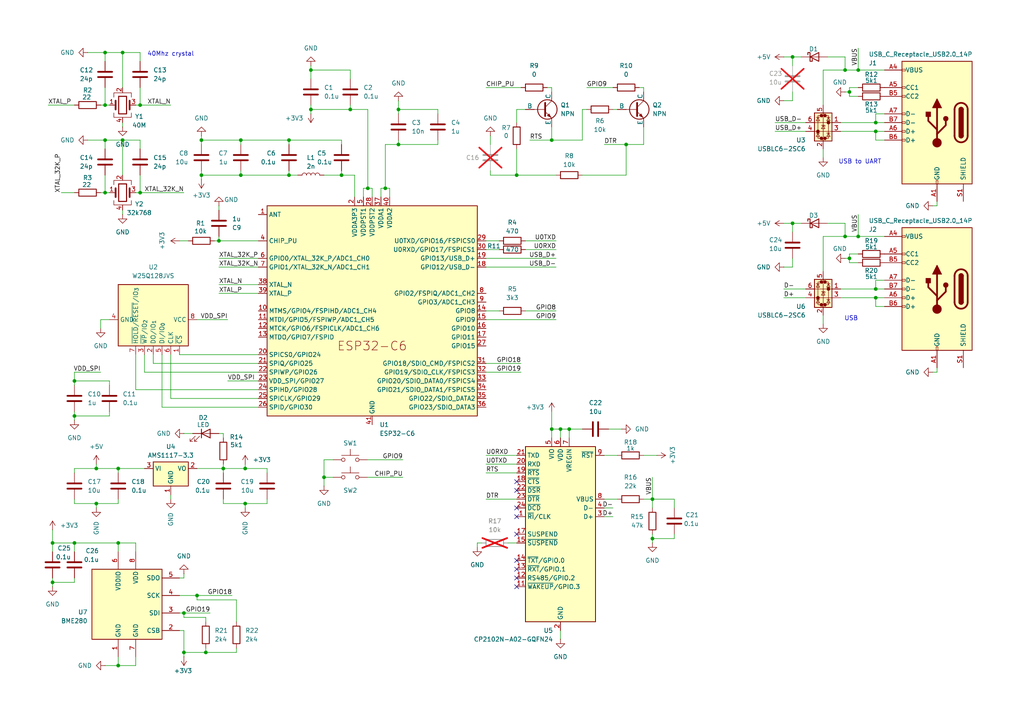
<source format=kicad_sch>
(kicad_sch (version 20250114) (generator "eeschema") (generator_version "9.0")
  (paper "A4")
  (text "USB" (at 246.888 92.456 0) (effects (font (size 1.27 1.27))))
  (text "40Mhz crystal" (at 49.53 15.748 0) (effects (font (size 1.27 1.27))))
  (text "USB to UART" (at 249.428 46.99 0) (effects (font (size 1.27 1.27))))
  (junction (at 21.59 120.65))
  (junction (at 58.42 40.64))
  (junction (at 189.23 144.78))
  (junction (at 63.5 69.85))
  (junction (at 40.64 30.48))
  (junction (at 21.59 157.48))
  (junction (at 229.87 64.77))
  (junction (at 246.38 74.93))
  (junction (at 245.11 68.58))
  (junction (at 30.48 40.64))
  (junction (at 40.64 55.88))
  (junction (at 248.92 68.58))
  (junction (at 165.1 124.46))
  (junction (at 254 35.56))
  (junction (at 254 38.1))
  (junction (at 64.77 135.89))
  (junction (at 83.82 50.8))
  (junction (at 83.82 40.64))
  (junction (at 160.02 124.46))
  (junction (at 115.57 31.75))
  (junction (at 35.56 15.24))
  (junction (at 27.94 146.05))
  (junction (at 254 86.36))
  (junction (at 149.86 50.8))
  (junction (at 30.48 30.48))
  (junction (at 189.23 156.21))
  (junction (at 57.15 172.72))
  (junction (at 248.92 20.32))
  (junction (at 21.59 110.49))
  (junction (at 101.6 31.75))
  (junction (at 245.11 20.32))
  (junction (at 27.94 135.89))
  (junction (at 69.85 50.8))
  (junction (at 115.57 41.91))
  (junction (at 160.02 40.64))
  (junction (at 111.76 54.61))
  (junction (at 30.48 15.24))
  (junction (at 93.98 138.43))
  (junction (at 58.42 50.8))
  (junction (at 53.34 189.23))
  (junction (at 34.29 157.48))
  (junction (at 15.24 168.91))
  (junction (at 99.06 50.8))
  (junction (at 35.56 40.64))
  (junction (at 90.17 31.75))
  (junction (at 69.85 40.64))
  (junction (at 106.68 54.61))
  (junction (at 71.12 146.05))
  (junction (at 15.24 157.48))
  (junction (at 162.56 124.46))
  (junction (at 34.29 193.04))
  (junction (at 30.48 55.88))
  (junction (at 246.38 26.67))
  (junction (at 254 83.82))
  (junction (at 71.12 135.89))
  (junction (at 181.61 41.91))
  (junction (at 34.29 135.89))
  (junction (at 53.34 177.8))
  (junction (at 59.69 189.23))
  (junction (at 229.87 16.51))
  (junction (at 90.17 20.32))
  (no_connect (at 149.86 170.18))
  (no_connect (at 149.86 147.32))
  (no_connect (at 149.86 165.1))
  (no_connect (at 149.86 149.86))
  (no_connect (at 149.86 139.7))
  (no_connect (at 149.86 167.64))
  (no_connect (at 149.86 142.24))
  (no_connect (at 149.86 154.94))
  (no_connect (at 149.86 162.56))
  (wire (pts (xy 229.87 64.77) (xy 229.87 67.31)))
  (wire (pts (xy 246.38 76.2) (xy 248.92 76.2)))
  (wire (pts (xy 99.06 50.8) (xy 93.98 50.8)))
  (wire (pts (xy 34.29 190.5) (xy 34.29 193.04)))
  (wire (pts (xy 238.76 68.58) (xy 245.11 68.58)))
  (wire (pts (xy 107.95 54.61) (xy 107.95 57.15)))
  (wire (pts (xy 31.75 110.49) (xy 31.75 111.76)))
  (wire (pts (xy 248.92 73.66) (xy 246.38 73.66)))
  (wire (pts (xy 64.77 134.62) (xy 64.77 135.89)))
  (wire (pts (xy 113.03 54.61) (xy 113.03 57.15)))
  (wire (pts (xy 256.54 68.58) (xy 248.92 68.58)))
  (wire (pts (xy 160.02 127) (xy 160.02 124.46)))
  (wire (pts (xy 30.48 25.4) (xy 30.48 30.48)))
  (wire (pts (xy 40.64 15.24) (xy 35.56 15.24)))
  (wire (pts (xy 254 83.82) (xy 256.54 83.82)))
  (wire (pts (xy 224.79 38.1) (xy 233.68 38.1)))
  (wire (pts (xy 256.54 88.9) (xy 254 88.9)))
  (wire (pts (xy 68.58 187.96) (xy 68.58 189.23)))
  (wire (pts (xy 63.5 82.55) (xy 74.93 82.55)))
  (wire (pts (xy 90.17 30.48) (xy 90.17 31.75)))
  (wire (pts (xy 15.24 157.48) (xy 15.24 160.02)))
  (wire (pts (xy 27.94 146.05) (xy 27.94 147.32)))
  (wire (pts (xy 34.29 157.48) (xy 34.29 160.02)))
  (wire (pts (xy 35.56 60.96) (xy 35.56 62.23)))
  (wire (pts (xy 165.1 124.46) (xy 168.91 124.46)))
  (wire (pts (xy 40.64 30.48) (xy 49.53 30.48)))
  (wire (pts (xy 168.91 50.8) (xy 181.61 50.8)))
  (wire (pts (xy 35.56 40.64) (xy 35.56 50.8)))
  (wire (pts (xy 149.86 50.8) (xy 161.29 50.8)))
  (wire (pts (xy 180.34 124.46) (xy 176.53 124.46)))
  (wire (pts (xy 248.92 25.4) (xy 246.38 25.4)))
  (wire (pts (xy 35.56 15.24) (xy 30.48 15.24)))
  (wire (pts (xy 30.48 15.24) (xy 25.4 15.24)))
  (wire (pts (xy 71.12 134.62) (xy 71.12 135.89)))
  (wire (pts (xy 68.58 189.23) (xy 59.69 189.23)))
  (wire (pts (xy 83.82 50.8) (xy 69.85 50.8)))
  (wire (pts (xy 39.37 113.03) (xy 39.37 102.87)))
  (wire (pts (xy 34.29 146.05) (xy 27.94 146.05)))
  (wire (pts (xy 254 81.28) (xy 254 83.82)))
  (wire (pts (xy 34.29 144.78) (xy 34.29 146.05)))
  (wire (pts (xy 254 38.1) (xy 256.54 38.1)))
  (wire (pts (xy 63.5 59.69) (xy 63.5 60.96)))
  (wire (pts (xy 74.93 113.03) (xy 39.37 113.03)))
  (wire (pts (xy 238.76 43.18) (xy 238.76 45.72)))
  (wire (pts (xy 17.78 55.88) (xy 21.59 55.88)))
  (wire (pts (xy 62.23 69.85) (xy 63.5 69.85)))
  (wire (pts (xy 106.68 138.43) (xy 116.84 138.43)))
  (wire (pts (xy 245.11 74.93) (xy 246.38 74.93)))
  (wire (pts (xy 13.97 30.48) (xy 21.59 30.48)))
  (wire (pts (xy 83.82 40.64) (xy 99.06 40.64)))
  (wire (pts (xy 254 35.56) (xy 256.54 35.56)))
  (wire (pts (xy 115.57 41.91) (xy 127 41.91)))
  (wire (pts (xy 29.21 55.88) (xy 30.48 55.88)))
  (wire (pts (xy 53.34 125.73) (xy 55.88 125.73)))
  (wire (pts (xy 29.21 92.71) (xy 29.21 95.25)))
  (wire (pts (xy 111.76 41.91) (xy 111.76 54.61)))
  (wire (pts (xy 39.37 190.5) (xy 39.37 193.04)))
  (wire (pts (xy 127 33.02) (xy 127 31.75)))
  (wire (pts (xy 153.67 40.64) (xy 160.02 40.64)))
  (wire (pts (xy 39.37 157.48) (xy 39.37 160.02)))
  (wire (pts (xy 238.76 68.58) (xy 238.76 78.74)))
  (wire (pts (xy 149.86 134.62) (xy 140.97 134.62)))
  (wire (pts (xy 227.33 64.77) (xy 229.87 64.77)))
  (wire (pts (xy 69.85 40.64) (xy 69.85 41.91)))
  (wire (pts (xy 58.42 40.64) (xy 58.42 41.91)))
  (wire (pts (xy 30.48 40.64) (xy 25.4 40.64)))
  (wire (pts (xy 175.26 147.32) (xy 177.8 147.32)))
  (wire (pts (xy 246.38 25.4) (xy 246.38 26.67)))
  (wire (pts (xy 227.33 29.21) (xy 229.87 29.21)))
  (wire (pts (xy 186.69 144.78) (xy 189.23 144.78)))
  (wire (pts (xy 40.64 17.78) (xy 40.64 15.24)))
  (wire (pts (xy 40.64 50.8) (xy 40.64 55.88)))
  (wire (pts (xy 21.59 168.91) (xy 21.59 167.64)))
  (wire (pts (xy 227.33 86.36) (xy 233.68 86.36)))
  (wire (pts (xy 29.21 30.48) (xy 30.48 30.48)))
  (wire (pts (xy 254 86.36) (xy 256.54 86.36)))
  (wire (pts (xy 30.48 50.8) (xy 30.48 55.88)))
  (wire (pts (xy 110.49 54.61) (xy 111.76 54.61)))
  (wire (pts (xy 256.54 40.64) (xy 254 40.64)))
  (wire (pts (xy 49.53 143.51) (xy 49.53 144.78)))
  (wire (pts (xy 21.59 157.48) (xy 21.59 160.02)))
  (wire (pts (xy 142.24 39.37) (xy 142.24 41.91)))
  (wire (pts (xy 115.57 41.91) (xy 111.76 41.91)))
  (wire (pts (xy 39.37 55.88) (xy 40.64 55.88)))
  (wire (pts (xy 195.58 154.94) (xy 195.58 156.21)))
  (wire (pts (xy 140.97 74.93) (xy 161.29 74.93)))
  (wire (pts (xy 160.02 40.64) (xy 168.91 40.64)))
  (wire (pts (xy 111.76 54.61) (xy 113.03 54.61)))
  (wire (pts (xy 115.57 40.64) (xy 115.57 41.91)))
  (wire (pts (xy 49.53 115.57) (xy 49.53 102.87)))
  (wire (pts (xy 243.84 38.1) (xy 254 38.1)))
  (wire (pts (xy 64.77 125.73) (xy 64.77 127)))
  (wire (pts (xy 179.07 132.08) (xy 175.26 132.08)))
  (wire (pts (xy 106.68 54.61) (xy 107.95 54.61)))
  (wire (pts (xy 66.04 110.49) (xy 74.93 110.49)))
  (wire (pts (xy 254 88.9) (xy 254 86.36)))
  (wire (pts (xy 63.5 85.09) (xy 74.93 85.09)))
  (wire (pts (xy 15.24 157.48) (xy 21.59 157.48)))
  (wire (pts (xy 158.75 25.4) (xy 160.02 25.4)))
  (wire (pts (xy 102.87 50.8) (xy 99.06 50.8)))
  (wire (pts (xy 35.56 35.56) (xy 35.56 36.83)))
  (wire (pts (xy 195.58 156.21) (xy 189.23 156.21)))
  (wire (pts (xy 39.37 193.04) (xy 34.29 193.04)))
  (wire (pts (xy 53.34 179.07) (xy 59.69 179.07)))
  (wire (pts (xy 152.4 90.17) (xy 161.29 90.17)))
  (wire (pts (xy 59.69 179.07) (xy 59.69 180.34)))
  (wire (pts (xy 68.58 173.99) (xy 57.15 173.99)))
  (wire (pts (xy 246.38 74.93) (xy 246.38 76.2)))
  (wire (pts (xy 224.79 35.56) (xy 233.68 35.56)))
  (wire (pts (xy 74.93 115.57) (xy 49.53 115.57)))
  (wire (pts (xy 149.86 43.18) (xy 149.86 50.8)))
  (wire (pts (xy 140.97 69.85) (xy 144.78 69.85)))
  (wire (pts (xy 21.59 110.49) (xy 21.59 111.76)))
  (wire (pts (xy 149.86 137.16) (xy 140.97 137.16)))
  (wire (pts (xy 63.5 68.58) (xy 63.5 69.85)))
  (wire (pts (xy 189.23 156.21) (xy 189.23 157.48)))
  (wire (pts (xy 175.26 41.91) (xy 181.61 41.91)))
  (wire (pts (xy 53.34 189.23) (xy 53.34 182.88)))
  (wire (pts (xy 186.69 41.91) (xy 186.69 36.83)))
  (wire (pts (xy 110.49 57.15) (xy 110.49 54.61)))
  (wire (pts (xy 106.68 31.75) (xy 106.68 54.61)))
  (wire (pts (xy 21.59 107.95) (xy 29.21 107.95)))
  (wire (pts (xy 238.76 20.32) (xy 245.11 20.32)))
  (wire (pts (xy 64.77 144.78) (xy 64.77 146.05)))
  (wire (pts (xy 58.42 39.37) (xy 58.42 40.64)))
  (wire (pts (xy 161.29 92.71) (xy 140.97 92.71)))
  (wire (pts (xy 34.29 157.48) (xy 39.37 157.48)))
  (wire (pts (xy 115.57 29.21) (xy 115.57 31.75)))
  (wire (pts (xy 74.93 107.95) (xy 41.91 107.95)))
  (wire (pts (xy 64.77 135.89) (xy 64.77 137.16)))
  (wire (pts (xy 15.24 168.91) (xy 15.24 170.18)))
  (wire (pts (xy 245.11 64.77) (xy 240.03 64.77)))
  (wire (pts (xy 71.12 146.05) (xy 71.12 147.32)))
  (wire (pts (xy 105.41 54.61) (xy 105.41 57.15)))
  (wire (pts (xy 189.23 144.78) (xy 189.23 147.32)))
  (wire (pts (xy 30.48 15.24) (xy 30.48 17.78)))
  (wire (pts (xy 149.86 144.78) (xy 140.97 144.78)))
  (wire (pts (xy 138.43 158.75) (xy 138.43 157.48)))
  (wire (pts (xy 21.59 135.89) (xy 21.59 137.16)))
  (wire (pts (xy 189.23 138.43) (xy 189.23 144.78)))
  (wire (pts (xy 175.26 149.86) (xy 177.8 149.86)))
  (wire (pts (xy 99.06 49.53) (xy 99.06 50.8)))
  (wire (pts (xy 69.85 40.64) (xy 83.82 40.64)))
  (wire (pts (xy 149.86 31.75) (xy 149.86 35.56)))
  (wire (pts (xy 90.17 20.32) (xy 101.6 20.32)))
  (wire (pts (xy 59.69 187.96) (xy 59.69 189.23)))
  (wire (pts (xy 52.07 167.64) (xy 53.34 167.64)))
  (wire (pts (xy 58.42 50.8) (xy 58.42 52.07)))
  (wire (pts (xy 30.48 30.48) (xy 31.75 30.48)))
  (wire (pts (xy 254 40.64) (xy 254 38.1)))
  (wire (pts (xy 35.56 40.64) (xy 30.48 40.64)))
  (wire (pts (xy 21.59 144.78) (xy 21.59 146.05)))
  (wire (pts (xy 21.59 120.65) (xy 31.75 120.65)))
  (wire (pts (xy 90.17 19.05) (xy 90.17 20.32)))
  (wire (pts (xy 21.59 119.38) (xy 21.59 120.65)))
  (wire (pts (xy 44.45 105.41) (xy 44.45 102.87)))
  (wire (pts (xy 139.7 157.48) (xy 138.43 157.48)))
  (wire (pts (xy 64.77 135.89) (xy 71.12 135.89)))
  (wire (pts (xy 248.92 68.58) (xy 245.11 68.58)))
  (wire (pts (xy 186.69 25.4) (xy 186.69 26.67)))
  (wire (pts (xy 140.97 90.17) (xy 144.78 90.17)))
  (wire (pts (xy 21.59 110.49) (xy 31.75 110.49)))
  (wire (pts (xy 185.42 25.4) (xy 186.69 25.4)))
  (wire (pts (xy 227.33 16.51) (xy 229.87 16.51)))
  (wire (pts (xy 106.68 133.35) (xy 116.84 133.35)))
  (wire (pts (xy 83.82 49.53) (xy 83.82 50.8)))
  (wire (pts (xy 57.15 135.89) (xy 64.77 135.89)))
  (wire (pts (xy 105.41 54.61) (xy 106.68 54.61)))
  (wire (pts (xy 69.85 50.8) (xy 58.42 50.8)))
  (wire (pts (xy 21.59 157.48) (xy 34.29 157.48)))
  (wire (pts (xy 52.07 172.72) (xy 57.15 172.72)))
  (wire (pts (xy 229.87 16.51) (xy 232.41 16.51)))
  (wire (pts (xy 229.87 77.47) (xy 229.87 74.93)))
  (wire (pts (xy 21.59 120.65) (xy 21.59 121.92)))
  (wire (pts (xy 168.91 31.75) (xy 170.18 31.75)))
  (wire (pts (xy 34.29 193.04) (xy 30.48 193.04)))
  (wire (pts (xy 34.29 135.89) (xy 34.29 137.16)))
  (wire (pts (xy 52.07 69.85) (xy 54.61 69.85)))
  (wire (pts (xy 181.61 50.8) (xy 181.61 41.91)))
  (wire (pts (xy 90.17 31.75) (xy 101.6 31.75)))
  (wire (pts (xy 243.84 83.82) (xy 254 83.82)))
  (wire (pts (xy 35.56 15.24) (xy 35.56 25.4)))
  (wire (pts (xy 27.94 146.05) (xy 21.59 146.05)))
  (wire (pts (xy 31.75 120.65) (xy 31.75 119.38)))
  (wire (pts (xy 248.92 62.23) (xy 248.92 68.58)))
  (wire (pts (xy 71.12 135.89) (xy 77.47 135.89)))
  (wire (pts (xy 140.97 72.39) (xy 144.78 72.39)))
  (wire (pts (xy 140.97 107.95) (xy 151.13 107.95)))
  (wire (pts (xy 149.86 157.48) (xy 147.32 157.48)))
  (wire (pts (xy 256.54 20.32) (xy 248.92 20.32)))
  (wire (pts (xy 271.78 58.42) (xy 271.78 59.69)))
  (wire (pts (xy 41.91 107.95) (xy 41.91 102.87)))
  (wire (pts (xy 140.97 25.4) (xy 151.13 25.4)))
  (wire (pts (xy 63.5 77.47) (xy 74.93 77.47)))
  (wire (pts (xy 243.84 86.36) (xy 254 86.36)))
  (wire (pts (xy 177.8 31.75) (xy 179.07 31.75)))
  (wire (pts (xy 162.56 124.46) (xy 162.56 127)))
  (wire (pts (xy 160.02 40.64) (xy 160.02 36.83)))
  (wire (pts (xy 30.48 40.64) (xy 30.48 43.18)))
  (wire (pts (xy 58.42 50.8) (xy 58.42 49.53)))
  (wire (pts (xy 115.57 31.75) (xy 115.57 33.02)))
  (wire (pts (xy 243.84 35.56) (xy 254 35.56)))
  (wire (pts (xy 248.92 20.32) (xy 245.11 20.32)))
  (wire (pts (xy 142.24 50.8) (xy 149.86 50.8)))
  (wire (pts (xy 149.86 132.08) (xy 140.97 132.08)))
  (wire (pts (xy 140.97 105.41) (xy 151.13 105.41)))
  (wire (pts (xy 179.07 144.78) (xy 175.26 144.78)))
  (wire (pts (xy 170.18 25.4) (xy 177.8 25.4)))
  (wire (pts (xy 77.47 135.89) (xy 77.47 137.16)))
  (wire (pts (xy 21.59 110.49) (xy 21.59 107.95)))
  (wire (pts (xy 162.56 124.46) (xy 165.1 124.46)))
  (wire (pts (xy 40.64 40.64) (xy 35.56 40.64)))
  (wire (pts (xy 83.82 50.8) (xy 86.36 50.8)))
  (wire (pts (xy 246.38 26.67) (xy 246.38 27.94)))
  (wire (pts (xy 53.34 177.8) (xy 53.34 179.07)))
  (wire (pts (xy 53.34 166.37) (xy 53.34 167.64)))
  (wire (pts (xy 190.5 132.08) (xy 186.69 132.08)))
  (wire (pts (xy 229.87 16.51) (xy 229.87 19.05)))
  (wire (pts (xy 30.48 55.88) (xy 31.75 55.88)))
  (wire (pts (xy 115.57 31.75) (xy 127 31.75)))
  (wire (pts (xy 245.11 16.51) (xy 240.03 16.51)))
  (wire (pts (xy 83.82 40.64) (xy 83.82 41.91)))
  (wire (pts (xy 168.91 40.64) (xy 168.91 31.75)))
  (wire (pts (xy 93.98 138.43) (xy 96.52 138.43)))
  (wire (pts (xy 74.93 118.11) (xy 46.99 118.11)))
  (wire (pts (xy 40.64 55.88) (xy 53.34 55.88)))
  (wire (pts (xy 238.76 20.32) (xy 238.76 30.48)))
  (wire (pts (xy 246.38 73.66) (xy 246.38 74.93)))
  (wire (pts (xy 90.17 31.75) (xy 90.17 33.02)))
  (wire (pts (xy 248.92 13.97) (xy 248.92 20.32)))
  (wire (pts (xy 27.94 134.62) (xy 27.94 135.89)))
  (wire (pts (xy 77.47 144.78) (xy 77.47 146.05)))
  (wire (pts (xy 40.64 25.4) (xy 40.64 30.48)))
  (wire (pts (xy 246.38 27.94) (xy 248.92 27.94)))
  (wire (pts (xy 31.75 92.71) (xy 29.21 92.71)))
  (wire (pts (xy 53.34 189.23) (xy 59.69 189.23)))
  (wire (pts (xy 152.4 69.85) (xy 161.29 69.85)))
  (wire (pts (xy 229.87 29.21) (xy 229.87 26.67)))
  (wire (pts (xy 271.78 106.68) (xy 271.78 107.95)))
  (wire (pts (xy 189.23 154.94) (xy 189.23 156.21)))
  (wire (pts (xy 53.34 190.5) (xy 53.34 189.23)))
  (wire (pts (xy 181.61 41.91) (xy 186.69 41.91)))
  (wire (pts (xy 57.15 172.72) (xy 67.31 172.72)))
  (wire (pts (xy 149.86 31.75) (xy 152.4 31.75)))
  (wire (pts (xy 63.5 125.73) (xy 64.77 125.73)))
  (wire (pts (xy 69.85 49.53) (xy 69.85 50.8)))
  (wire (pts (xy 39.37 30.48) (xy 40.64 30.48)))
  (wire (pts (xy 46.99 118.11) (xy 46.99 102.87)))
  (wire (pts (xy 93.98 133.35) (xy 93.98 138.43)))
  (wire (pts (xy 271.78 107.95) (xy 270.51 107.95)))
  (wire (pts (xy 238.76 91.44) (xy 238.76 93.98)))
  (wire (pts (xy 53.34 182.88) (xy 52.07 182.88)))
  (wire (pts (xy 162.56 182.88) (xy 162.56 185.42)))
  (wire (pts (xy 227.33 83.82) (xy 233.68 83.82)))
  (wire (pts (xy 90.17 20.32) (xy 90.17 22.86)))
  (wire (pts (xy 245.11 68.58) (xy 245.11 64.77)))
  (wire (pts (xy 160.02 119.38) (xy 160.02 124.46)))
  (wire (pts (xy 68.58 173.99) (xy 68.58 180.34)))
  (wire (pts (xy 140.97 77.47) (xy 161.29 77.47)))
  (wire (pts (xy 41.91 135.89) (xy 34.29 135.89)))
  (wire (pts (xy 101.6 31.75) (xy 106.68 31.75)))
  (wire (pts (xy 74.93 105.41) (xy 44.45 105.41)))
  (wire (pts (xy 127 40.64) (xy 127 41.91)))
  (wire (pts (xy 64.77 146.05) (xy 71.12 146.05)))
  (wire (pts (xy 101.6 22.86) (xy 101.6 20.32)))
  (wire (pts (xy 152.4 72.39) (xy 161.29 72.39)))
  (wire (pts (xy 227.33 77.47) (xy 229.87 77.47)))
  (wire (pts (xy 256.54 81.28) (xy 254 81.28)))
  (wire (pts (xy 34.29 135.89) (xy 27.94 135.89)))
  (wire (pts (xy 254 33.02) (xy 254 35.56)))
  (wire (pts (xy 101.6 30.48) (xy 101.6 31.75)))
  (wire (pts (xy 63.5 69.85) (xy 74.93 69.85)))
  (wire (pts (xy 52.07 177.8) (xy 53.34 177.8)))
  (wire (pts (xy 142.24 50.8) (xy 142.24 49.53)))
  (wire (pts (xy 57.15 92.71) (xy 66.04 92.71)))
  (wire (pts (xy 102.87 50.8) (xy 102.87 57.15)))
  (wire (pts (xy 74.93 102.87) (xy 52.07 102.87)))
  (wire (pts (xy 53.34 177.8) (xy 60.96 177.8)))
  (wire (pts (xy 195.58 144.78) (xy 189.23 144.78)))
  (wire (pts (xy 96.52 133.35) (xy 93.98 133.35)))
  (wire (pts (xy 27.94 135.89) (xy 21.59 135.89)))
  (wire (pts (xy 245.11 20.32) (xy 245.11 16.51)))
  (wire (pts (xy 195.58 147.32) (xy 195.58 144.78)))
  (wire (pts (xy 229.87 64.77) (xy 232.41 64.77)))
  (wire (pts (xy 57.15 172.72) (xy 57.15 173.99)))
  (wire (pts (xy 160.02 25.4) (xy 160.02 26.67)))
  (wire (pts (xy 245.11 26.67) (xy 246.38 26.67)))
  (wire (pts (xy 93.98 138.43) (xy 93.98 140.97)))
  (wire (pts (xy 99.06 40.64) (xy 99.06 41.91)))
  (wire (pts (xy 160.02 124.46) (xy 162.56 124.46)))
  (wire (pts (xy 71.12 146.05) (xy 77.47 146.05)))
  (wire (pts (xy 15.24 167.64) (xy 15.24 168.91)))
  (wire (pts (xy 165.1 124.46) (xy 165.1 127)))
  (wire (pts (xy 15.24 153.67) (xy 15.24 157.48)))
  (wire (pts (xy 15.24 168.91) (xy 21.59 168.91)))
  (wire (pts (xy 40.64 43.18) (xy 40.64 40.64)))
  (wire (pts (xy 256.54 33.02) (xy 254 33.02)))
  (wire (pts (xy 271.78 59.69) (xy 270.51 59.69)))
  (wire (pts (xy 58.42 40.64) (xy 69.85 40.64)))
  (wire (pts (xy 63.5 74.93) (xy 74.93 74.93)))
  (label "VDD_SPI" (at 29.21 107.95 180))
  (label "GPIO18" (at 67.31 172.72 180))
  (label "DTR" (at 175.26 41.91 0))
  (label "D-" (at 227.33 83.82 0))
  (label "U0RXD" (at 140.97 132.08 0))
  (label "RTS" (at 153.67 40.64 0))
  (label "GPIO9" (at 116.84 133.35 180))
  (label "USB_D+" (at 161.29 74.93 180))
  (label "DTR" (at 140.97 144.78 0))
  (label "XTAL_32K_P" (at 17.78 55.88 90))
  (label "VDD_SPI" (at 66.04 110.49 0))
  (label "VDD_SPI" (at 66.04 92.71 180))
  (label "U0TXD" (at 140.97 134.62 0))
  (label "XTAL_N" (at 49.53 30.48 180))
  (label "XTAL_32K_P" (at 63.5 74.93 0))
  (label "RTS" (at 140.97 137.16 0))
  (label "GPIO8" (at 161.29 90.17 180))
  (label "CHIP_PU" (at 116.84 138.43 180))
  (label "XTAL_P" (at 13.97 30.48 0))
  (label "VBUS" (at 248.92 62.23 270))
  (label "CHIP_PU" (at 140.97 25.4 0))
  (label "GPIO9" (at 161.29 92.71 180))
  (label "GPIO19" (at 151.13 107.95 180))
  (label "XTAL_N" (at 63.5 82.55 0))
  (label "GPIO19" (at 60.96 177.8 180))
  (label "U0TXD" (at 161.29 69.85 180))
  (label "XTAL_32K_N" (at 53.34 55.88 180))
  (label "USB_D+" (at 224.79 38.1 0))
  (label "USB_D-" (at 224.79 35.56 0))
  (label "USB_D-" (at 161.29 77.47 180))
  (label "D-" (at 177.8 147.32 180))
  (label "VBUS" (at 248.92 13.97 270))
  (label "U0RXD" (at 161.29 72.39 180))
  (label "D+" (at 177.8 149.86 180))
  (label "D+" (at 227.33 86.36 0))
  (label "GPIO9" (at 170.18 25.4 0))
  (label "XTAL_32K_N" (at 63.5 77.47 0))
  (label "VBUS" (at 189.23 138.43 270))
  (label "GPIO18" (at 151.13 105.41 180))
  (label "XTAL_P" (at 63.5 85.09 0))
  (symbol (lib_id "Simulation_SPICE:NPN") (at 184.15 31.75 0) (unit 1)
    (property "Reference" "Q2" (at 189.23 30.4799 0) (effects (justify left)))
    (property "Value" "NPN" (at 189.23 33.0199 0) (effects (justify left)))
    (property "Datasheet" "https://ngspice.sourceforge.io/docs/ngspice-html-manual/manual.xhtml#cha_BJTs" (effects (hide yes)))
    (property "Description" "Bipolar transistor symbol for simulation only, substrate tied to the emitter" (effects (hide yes)))
    (property "Sim.Device" "NPN" (effects (hide yes)))
    (property "Sim.Type" "GUMMELPOON" (effects (hide yes)))
    (property "Sim.Pins" "1=C 2=B 3=E" (effects (hide yes)))
  )
  (symbol (lib_id "power:GND") (at 53.34 166.37 180) (unit 1)
    (property "Reference" "#PWR040" (effects (hide yes)))
    (property "Value" "GND" (at 53.34 161.29 0))
    (property "Description" "Power symbol creates a global label with name \"GND\" , ground" (effects (hide yes)))
  )
  (symbol (lib_id "power:GND") (at 29.21 95.25 0) (unit 1)
    (property "Reference" "#PWR08" (effects (hide yes)))
    (property "Value" "GND" (at 29.21 100.33 0))
    (property "Description" "Power symbol creates a global label with name \"GND\" , ground" (effects (hide yes)))
  )
  (symbol (lib_id "Device:C") (at 64.77 140.97 0) (mirror y) (unit 1)
    (property "Reference" "C20" (at 60.96 139.6999 0) (effects (justify left)))
    (property "Value" "0.1u" (at 60.96 142.2399 0) (effects (justify left)))
    (property "Description" "Unpolarized capacitor" (effects (hide yes)))
  )
  (symbol (lib_id "Device:C") (at 195.58 151.13 0) (mirror y) (unit 1)
    (property "Reference" "C21" (at 202.692 149.352 0) (effects (justify left)))
    (property "Value" "0.1u" (at 202.692 151.892 0) (effects (justify left)))
    (property "Description" "Unpolarized capacitor" (effects (hide yes)))
  )
  (symbol (lib_id "power:+3V3") (at 160.02 119.38 0) (mirror y) (unit 1)
    (property "Reference" "#PWR028" (effects (hide yes)))
    (property "Value" "+3V3" (at 155.194 118.11 0))
    (property "Description" "Power symbol creates a global label with name \"+3V3\"" (effects (hide yes)))
  )
  (symbol (lib_id "power:GND") (at 227.33 29.21 270) (unit 1)
    (property "Reference" "#PWR031" (effects (hide yes)))
    (property "Value" "GND" (at 223.52 29.2099 90) (effects (justify right)))
    (property "Description" "Power symbol creates a global label with name \"GND\" , ground" (effects (hide yes)))
  )
  (symbol (lib_id "Device:R") (at 252.73 25.4 90) (unit 1)
    (property "Reference" "R12" (at 252.73 21.59 90))
    (property "Value" "5k1" (at 252.73 23.368 90))
    (property "Description" "Resistor" (effects (hide yes)))
  )
  (symbol (lib_id "Device:R") (at 252.73 27.94 90) (unit 1)
    (property "Reference" "R13" (at 252.73 30.226 90))
    (property "Value" "5k1" (at 252.73 32.004 90))
    (property "Description" "Resistor" (effects (hide yes)))
  )
  (symbol (lib_id "Device:C") (at 31.75 115.57 0) (unit 1)
    (property "Reference" "C11" (at 35.56 114.2999 0) (effects (justify left)))
    (property "Value" "0.1u" (at 35.56 116.8399 0) (effects (justify left)))
    (property "Description" "Unpolarized capacitor" (effects (hide yes)))
  )
  (symbol (lib_id "power:GND") (at 245.11 26.67 270) (unit 1)
    (property "Reference" "#PWR015" (effects (hide yes)))
    (property "Value" "GND" (at 243.586 23.876 90))
    (property "Description" "Power symbol creates a global label with name \"GND\" , ground" (effects (hide yes)))
  )
  (symbol (lib_id "power:+5V") (at 27.94 134.62 0) (unit 1)
    (property "Reference" "#PWR022" (effects (hide yes)))
    (property "Value" "+5V" (at 27.94 129.54 0))
    (property "Description" "Power symbol creates a global label with name \"+5V\"" (effects (hide yes)))
  )
  (symbol (lib_id "Sensor:BME280") (at 36.83 175.26 0) (unit 1)
    (property "Reference" "U7" (at 25.4 177.546 0) (effects (justify right)))
    (property "Value" "BME280" (at 25.4 180.086 0) (effects (justify right)))
    (property "Footprint" "Package_LGA:Bosch_LGA-8_2.5x2.5mm_P0.65mm_ClockwisePinNumbering" (effects (hide yes)))
    (property "Datasheet" "https://www.bosch-sensortec.com/media/boschsensortec/downloads/datasheets/bst-bme280-ds002.pdf" (effects (hide yes)))
    (property "Description" "3-in-1 sensor, humidity, pressure, temperature, I2C and SPI interface, 1.71-3.6V, LGA-8" (effects (hide yes)))
  )
  (symbol (lib_id "Simulation_SPICE:NPN") (at 157.48 31.75 0) (unit 1)
    (property "Reference" "Q1" (at 162.56 30.4799 0) (effects (justify left)))
    (property "Value" "NPN" (at 162.56 33.0199 0) (effects (justify left)))
    (property "Datasheet" "https://ngspice.sourceforge.io/docs/ngspice-html-manual/manual.xhtml#cha_BJTs" (effects (hide yes)))
    (property "Description" "Bipolar transistor symbol for simulation only, substrate tied to the emitter" (effects (hide yes)))
    (property "Sim.Device" "NPN" (effects (hide yes)))
    (property "Sim.Type" "GUMMELPOON" (effects (hide yes)))
    (property "Sim.Pins" "1=C 2=B 3=E" (effects (hide yes)))
  )
  (symbol (lib_id "Device:Crystal_GND24") (at 35.56 55.88 0) (unit 1)
    (property "Reference" "Y2" (at 40.386 59.182 0))
    (property "Value" "32k768" (at 40.386 61.722 0))
    (property "Description" "Four pin crystal, GND on pins 2 and 4" (effects (hide yes)))
  )
  (symbol (lib_id "power:GND") (at 15.24 170.18 0) (unit 1)
    (property "Reference" "#PWR042" (effects (hide yes)))
    (property "Value" "GND" (at 15.24 175.26 0))
    (property "Description" "Power symbol creates a global label with name \"GND\" , ground" (effects (hide yes)))
  )
  (symbol (lib_id "Device:C") (at 69.85 45.72 0) (mirror y) (unit 1)
    (property "Reference" "C7" (at 66.04 44.4499 0) (effects (justify left)))
    (property "Value" "1u" (at 66.04 46.9899 0) (effects (justify left)))
    (property "Description" "Unpolarized capacitor" (effects (hide yes)))
  )
  (symbol (lib_id "Switch:SW_Push") (at 101.6 138.43 0) (unit 1)
    (property "Reference" "SW2" (at 101.6 142.24 0))
    (property "Value" "SW_Push" (effects (hide yes)))
    (property "Description" "Push button switch, generic, two pins" (effects (hide yes)))
  )
  (symbol (lib_id "power:GND") (at 49.53 144.78 0) (unit 1)
    (property "Reference" "#PWR021" (effects (hide yes)))
    (property "Value" "GND" (at 49.5299 148.59 90) (effects (justify right)))
    (property "Description" "Power symbol creates a global label with name \"GND\" , ground" (effects (hide yes)))
  )
  (symbol (lib_id "Device:C") (at 99.06 45.72 0) (mirror y) (unit 1)
    (property "Reference" "C5" (at 91.948 44.45 0) (effects (justify right)))
    (property "Value" "0.1u" (at 91.948 46.99 0) (effects (justify right)))
    (property "Description" "Unpolarized capacitor" (effects (hide yes)))
  )
  (symbol (lib_id "Device:R") (at 181.61 25.4 270) (unit 1)
    (property "Reference" "R10" (at 181.61 19.05 90))
    (property "Value" "0" (at 181.61 21.59 90))
    (property "Description" "Resistor" (effects (hide yes)))
  )
  (symbol (lib_id "power:+3V3") (at 15.24 153.67 0) (unit 1)
    (property "Reference" "#PWR039" (effects (hide yes)))
    (property "Value" "+3V3" (at 20.066 152.4 0))
    (property "Description" "Power symbol creates a global label with name \"+3V3\"" (effects (hide yes)))
  )
  (symbol (lib_id "Device:C") (at 101.6 26.67 0) (unit 1)
    (property "Reference" "C2" (at 105.41 25.3999 0) (effects (justify left)))
    (property "Value" "0.1u" (at 105.41 27.9399 0) (effects (justify left)))
    (property "Description" "Unpolarized capacitor" (effects (hide yes)))
  )
  (symbol (lib_id "power:GND") (at 270.51 59.69 270) (unit 1)
    (property "Reference" "#PWR017" (effects (hide yes)))
    (property "Value" "GND" (at 266.7 59.6899 90) (effects (justify right)))
    (property "Description" "Power symbol creates a global label with name \"GND\" , ground" (effects (hide yes)))
  )
  (symbol (lib_id "Device:R") (at 182.88 144.78 270) (mirror x) (unit 1)
    (property "Reference" "R16" (at 182.88 138.43 90))
    (property "Value" "22k" (at 182.88 140.97 90))
    (property "Description" "Resistor" (effects (hide yes)))
  )
  (symbol (lib_id "power:+3V3") (at 190.5 132.08 270) (unit 1)
    (property "Reference" "#PWR030" (effects (hide yes)))
    (property "Value" "+3V3" (at 195.072 132.08 0))
    (property "Description" "Power symbol creates a global label with name \"+3V3\"" (effects (hide yes)))
  )
  (symbol (lib_id "Device:C") (at 40.64 21.59 0) (unit 1)
    (property "Reference" "C13" (at 44.45 20.3199 0) (effects (justify left)))
    (property "Value" "24p" (at 44.45 22.8599 0) (effects (justify left)))
    (property "Description" "Unpolarized capacitor" (effects (hide yes)))
  )
  (symbol (lib_id "Device:C") (at 83.82 45.72 0) (mirror y) (unit 1)
    (property "Reference" "C6" (at 80.01 44.4499 0) (effects (justify left)))
    (property "Value" "0.1u" (at 80.01 46.9899 0) (effects (justify left)))
    (property "Description" "Unpolarized capacitor" (effects (hide yes)))
  )
  (symbol (lib_id "Device:R") (at 182.88 132.08 270) (mirror x) (unit 1)
    (property "Reference" "R18" (at 182.88 128.27 90))
    (property "Value" "1k" (at 182.88 130.048 90))
    (property "Description" "Resistor" (effects (hide yes)))
  )
  (symbol (lib_id "power:GND") (at 142.24 39.37 180) (unit 1)
    (property "Reference" "#PWR014" (effects (hide yes)))
    (property "Value" "GND" (at 142.24 34.29 0))
    (property "Description" "Power symbol creates a global label with name \"GND\" , ground" (effects (hide yes)))
  )
  (symbol (lib_id "Device:Crystal_GND24") (at 35.56 30.48 0) (unit 1)
    (property "Reference" "Y1" (at 40.386 33.782 0))
    (property "Value" "40M" (at 40.386 36.322 0))
    (property "Description" "Four pin crystal, GND on pins 2 and 4" (effects (hide yes)))
  )
  (symbol (lib_id "Device:LED") (at 59.69 125.73 0) (unit 1)
    (property "Reference" "D2" (at 58.928 121.158 0))
    (property "Value" "LED" (at 58.928 123.19 0))
    (property "Description" "Light emitting diode" (effects (hide yes)))
    (property "Sim.Pins" "1=K 2=A" (effects (hide yes)))
  )
  (symbol (lib_id "Device:C") (at 21.59 163.83 0) (mirror y) (unit 1)
    (property "Reference" "C26" (at 28.702 159.766 0) (effects (justify left)))
    (property "Value" "0.1u" (at 28.702 162.306 0) (effects (justify left)))
    (property "Description" "Unpolarized capacitor" (effects (hide yes)))
  )
  (symbol (lib_id "power:GND") (at 25.4 40.64 270) (unit 1)
    (property "Reference" "#PWR012" (effects (hide yes)))
    (property "Value" "GND" (at 21.59 40.6399 90) (effects (justify right)))
    (property "Description" "Power symbol creates a global label with name \"GND\" , ground" (effects (hide yes)))
  )
  (symbol (lib_id "power:+5V") (at 227.33 64.77 90) (unit 1)
    (property "Reference" "#PWR032" (effects (hide yes)))
    (property "Value" "+5V" (at 223.52 64.7699 90) (effects (justify left)))
    (property "Description" "Power symbol creates a global label with name \"+5V\"" (effects (hide yes)))
  )
  (symbol (lib_id "power:+3V3") (at 52.07 69.85 90) (unit 1)
    (property "Reference" "#PWR07" (effects (hide yes)))
    (property "Value" "+3V3" (at 46.99 69.85 0))
    (property "Description" "Power symbol creates a global label with name \"+3V3\"" (effects (hide yes)))
  )
  (symbol (lib_id "Memory_Flash:W25Q128JVS") (at 44.45 92.71 270) (mirror x) (unit 1)
    (property "Reference" "U2" (at 44.45 77.47 90))
    (property "Value" "W25Q128JVS" (at 44.45 80.01 90))
    (property "Footprint" "Package_SO:SOIC-8_5.3x5.3mm_P1.27mm" (effects (hide yes)))
    (property "Datasheet" "https://www.winbond.com/resource-files/w25q128jv_dtr%20revc%2003272018%20plus.pdf" (effects (hide yes)))
    (property "Description" "128Mbit / 16MiB Serial Flash Memory, Standard/Dual/Quad SPI, 2.7-3.6V, SOIC-8" (effects (hide yes)))
  )
  (symbol (lib_id "power:GND") (at 35.56 62.23 0) (unit 1)
    (property "Reference" "#PWR013" (effects (hide yes)))
    (property "Value" "GND" (at 35.56 67.31 0))
    (property "Description" "Power symbol creates a global label with name \"GND\" , ground" (effects (hide yes)))
  )
  (symbol (lib_id "Power_Protection:USBLC6-2SC6") (at 238.76 83.82 0) (mirror y) (unit 1)
    (property "Reference" "U6" (at 233.68 88.9 0) (effects (justify left)))
    (property "Value" "USBLC6-2SC6" (at 233.68 91.44 0) (effects (justify left)))
    (property "Footprint" "Package_TO_SOT_SMD:SOT-23-6" (effects (hide yes)))
    (property "Datasheet" "https://www.st.com/resource/en/datasheet/usblc6-2.pdf" (effects (hide yes)))
    (property "Description" "Very low capacitance ESD protection diode, 2 data-line, SOT-23-6" (effects (hide yes)))
  )
  (symbol (lib_id "Device:R") (at 189.23 151.13 0) (mirror y) (unit 1)
    (property "Reference" "R15" (at 186.69 149.8599 0) (effects (justify left)))
    (property "Value" "47k" (at 186.69 152.3999 0) (effects (justify left)))
    (property "Description" "Resistor" (effects (hide yes)))
  )
  (symbol (lib_id "Device:R") (at 25.4 30.48 90) (unit 1)
    (property "Reference" "R2" (at 25.4 26.162 90))
    (property "Value" "22" (at 25.146 28.194 90))
    (property "Description" "Resistor" (effects (hide yes)))
  )
  (symbol (lib_id "power:GND") (at 25.4 15.24 270) (unit 1)
    (property "Reference" "#PWR010" (effects (hide yes)))
    (property "Value" "GND" (at 21.59 15.2399 90) (effects (justify right)))
    (property "Description" "Power symbol creates a global label with name \"GND\" , ground" (effects (hide yes)))
  )
  (symbol (lib_id "Device:R") (at 59.69 184.15 0) (unit 1)
    (property "Reference" "R21" (at 62.23 182.8799 0) (effects (justify left)))
    (property "Value" "2k4" (at 62.23 185.4199 0) (effects (justify left)))
    (property "Description" "Resistor" (effects (hide yes)))
  )
  (symbol (lib_id "Device:C") (at 21.59 140.97 0) (unit 1)
    (property "Reference" "C17" (at 25.4 139.6999 0) (effects (justify left)))
    (property "Value" "10u" (at 25.4 142.2399 0) (effects (justify left)))
    (property "Description" "Unpolarized capacitor" (effects (hide yes)))
  )
  (symbol (lib_id "Device:R") (at 252.73 76.2 90) (unit 1)
    (property "Reference" "R20" (at 252.73 78.486 90))
    (property "Value" "5k1" (at 252.73 80.264 90))
    (property "Description" "Resistor" (effects (hide yes)))
  )
  (symbol (lib_id "Device:R") (at 64.77 130.81 180) (unit 1)
    (property "Reference" "R14" (at 68.58 126.746 0))
    (property "Value" "5k1" (at 68.58 129.032 0))
    (property "Description" "Resistor" (effects (hide yes)))
  )
  (symbol (lib_id "Device:C") (at 15.24 163.83 0) (mirror y) (unit 1)
    (property "Reference" "C25" (at 20.574 159.004 0) (effects (justify left)))
    (property "Value" "0.1u" (at 20.574 161.544 0) (effects (justify left)))
    (property "Description" "Unpolarized capacitor" (effects (hide yes)))
  )
  (symbol (lib_id "power:GND") (at 180.34 124.46 90) (mirror x) (unit 1)
    (property "Reference" "#PWR027" (effects (hide yes)))
    (property "Value" "GND" (at 184.15 124.4599 90) (effects (justify right)))
    (property "Description" "Power symbol creates a global label with name \"GND\" , ground" (effects (hide yes)))
  )
  (symbol (lib_id "power:GND") (at 227.33 77.47 270) (unit 1)
    (property "Reference" "#PWR033" (effects (hide yes)))
    (property "Value" "GND" (at 223.52 77.4699 90) (effects (justify right)))
    (property "Description" "Power symbol creates a global label with name \"GND\" , ground" (effects (hide yes)))
  )
  (symbol (lib_id "Device:C") (at 77.47 140.97 0) (mirror y) (unit 1)
    (property "Reference" "C19" (at 73.66 139.6999 0) (effects (justify left)))
    (property "Value" "10u" (at 73.66 142.2399 0) (effects (justify left)))
    (property "Description" "Unpolarized capacitor" (effects (hide yes)))
  )
  (symbol (lib_id "Device:C") (at 115.57 36.83 0) (unit 1)
    (property "Reference" "C3" (at 119.38 35.5599 0) (effects (justify left)))
    (property "Value" "10n" (at 119.38 38.0999 0) (effects (justify left)))
    (property "Description" "Unpolarized capacitor" (effects (hide yes)))
  )
  (symbol (lib_id "Device:C") (at 40.64 46.99 0) (unit 1)
    (property "Reference" "C15" (at 44.45 45.7199 0) (effects (justify left)))
    (property "Value" "24p" (at 44.45 48.2599 0) (effects (justify left)))
    (property "Description" "Unpolarized capacitor" (effects (hide yes)))
  )
  (symbol (lib_id "power:GND") (at 71.12 147.32 0) (mirror y) (unit 1)
    (property "Reference" "#PWR020" (effects (hide yes)))
    (property "Value" "GND" (at 71.1201 151.13 90) (effects (justify right)))
    (property "Description" "Power symbol creates a global label with name \"GND\" , ground" (effects (hide yes)))
  )
  (symbol (lib_id "power:GND") (at 270.51 107.95 270) (unit 1)
    (property "Reference" "#PWR036" (effects (hide yes)))
    (property "Value" "GND" (at 266.7 107.9499 90) (effects (justify right)))
    (property "Description" "Power symbol creates a global label with name \"GND\" , ground" (effects (hide yes)))
  )
  (symbol (lib_id "power:GND") (at 21.59 121.92 0) (unit 1)
    (property "Reference" "#PWR09" (effects (hide yes)))
    (property "Value" "GND" (at 21.59 127 0))
    (property "Description" "Power symbol creates a global label with name \"GND\" , ground" (effects (hide yes)))
  )
  (symbol (lib_id "power:GND") (at 58.42 39.37 0) (mirror x) (unit 1)
    (property "Reference" "#PWR04" (effects (hide yes)))
    (property "Value" "GND" (at 58.42 34.29 0))
    (property "Description" "Power symbol creates a global label with name \"GND\" , ground" (effects (hide yes)))
  )
  (symbol (lib_id "Device:R") (at 173.99 31.75 270) (unit 1)
    (property "Reference" "R6" (at 173.99 35.052 90))
    (property "Value" "10k" (at 173.99 37.592 90))
    (property "Description" "Resistor" (effects (hide yes)))
  )
  (symbol (lib_id "power:+5V") (at 227.33 16.51 90) (unit 1)
    (property "Reference" "#PWR018" (effects (hide yes)))
    (property "Value" "+5V" (at 223.52 16.5099 90) (effects (justify left)))
    (property "Description" "Power symbol creates a global label with name \"+5V\"" (effects (hide yes)))
  )
  (symbol (lib_id "PCM_Espressif:ESP32-C6") (at 107.95 90.17 0) (unit 1)
    (property "Reference" "U1" (at 110.0933 123.19 0) (effects (justify left)))
    (property "Value" "ESP32-C6" (at 110.0933 125.73 0) (effects (justify left)))
    (property "Footprint" "Package_DFN_QFN:QFN-40-1EP_5x5mm_P0.4mm_EP3.6x3.6mm" (effects (hide yes)))
    (property "Datasheet" "https://www.espressif.com/sites/default/files/documentation/esp32-c6_datasheet_en.pdf" (effects (hide yes)))
    (property "Description" "ESP32C6,ultra-low-power SoC with RISC-V single-core microprocessor,2.4 GHz Wi-Fi 6 (802.11 ax), Bluetooth 5 (LE), Zigbee and Thread (802.15.4),QFN-40" (effects (hide yes)))
  )
  (symbol (lib_id "Device:R") (at 165.1 50.8 90) (unit 1)
    (property "Reference" "R8" (at 165.1 45.212 90))
    (property "Value" "10k" (at 165.1 47.752 90))
    (property "Description" "Resistor" (effects (hide yes)))
  )
  (symbol (lib_id "Device:D_Schottky") (at 236.22 64.77 0) (unit 1)
    (property "Reference" "D3" (at 235.966 62.484 0))
    (property "Value" "D_Schottky" (effects (hide yes)))
    (property "Description" "Schottky diode" (effects (hide yes)))
  )
  (symbol (lib_id "power:GND") (at 27.94 147.32 0) (unit 1)
    (property "Reference" "#PWR019" (effects (hide yes)))
    (property "Value" "GND" (at 27.9399 151.13 90) (effects (justify right)))
    (property "Description" "Power symbol creates a global label with name \"GND\" , ground" (effects (hide yes)))
  )
  (symbol (lib_id "Switch:SW_Push") (at 101.6 133.35 0) (unit 1)
    (property "Reference" "SW1" (at 101.6 128.524 0))
    (property "Value" "SW_Push" (effects (hide yes)))
    (property "Description" "Push button switch, generic, two pins" (effects (hide yes)))
  )
  (symbol (lib_id "Device:C") (at 229.87 71.12 0) (unit 1)
    (property "Reference" "C24" (at 223.012 69.596 0) (effects (justify left)))
    (property "Value" "10u" (at 223.012 72.136 0) (effects (justify left)))
    (property "Description" "Unpolarized capacitor" (effects (hide yes)))
  )
  (symbol (lib_id "Device:R") (at 58.42 69.85 270) (unit 1)
    (property "Reference" "R1" (at 58.166 64.77 90))
    (property "Value" "10k" (at 58.166 67.056 90))
    (property "Description" "Resistor" (effects (hide yes)))
  )
  (symbol (lib_id "Device:R") (at 148.59 69.85 90) (unit 1)
    (property "Reference" "R4" (at 148.59 64.516 90))
    (property "Value" "470" (at 148.59 67.056 90))
    (property "Description" "Resistor" (effects (hide yes)))
  )
  (symbol (lib_id "Device:R") (at 143.51 157.48 270) (mirror x) (unit 1) (dnp yes)
    (property "Reference" "R17" (at 143.51 151.13 90))
    (property "Value" "10k" (at 143.51 153.67 90))
    (property "Description" "Resistor" (effects (hide yes)))
  )
  (symbol (lib_id "Interface_USB:CP2102N-Axx-xQFN24") (at 162.56 154.94 0) (mirror y) (unit 1)
    (property "Reference" "U5" (at 160.4167 182.88 0) (effects (justify left)))
    (property "Value" "CP2102N-A02-GQFN24" (at 160.4167 185.42 0) (effects (justify left)))
    (property "Footprint" "Package_DFN_QFN:QFN-24-1EP_4x4mm_P0.5mm_EP2.6x2.6mm" (effects (hide yes)))
    (property "Datasheet" "https://www.silabs.com/documents/public/data-sheets/cp2102n-datasheet.pdf" (effects (hide yes)))
    (property "Description" "USB to UART master bridge, QFN-24" (effects (hide yes)))
  )
  (symbol (lib_id "Device:C") (at 30.48 46.99 0) (unit 1)
    (property "Reference" "C14" (at 23.114 45.72 0) (effects (justify left)))
    (property "Value" "24p" (at 23.114 48.26 0) (effects (justify left)))
    (property "Description" "Unpolarized capacitor" (effects (hide yes)))
  )
  (symbol (lib_id "Device:C") (at 21.59 115.57 0) (unit 1)
    (property "Reference" "C10" (at 25.4 114.2999 0) (effects (justify left)))
    (property "Value" "1u" (at 25.4 116.8399 0) (effects (justify left)))
    (property "Description" "Unpolarized capacitor" (effects (hide yes)))
  )
  (symbol (lib_id "power:+3V3") (at 58.42 52.07 0) (mirror x) (unit 1)
    (property "Reference" "#PWR05" (effects (hide yes)))
    (property "Value" "+3V3" (at 58.42 56.642 0))
    (property "Description" "Power symbol creates a global label with name \"+3V3\"" (effects (hide yes)))
  )
  (symbol (lib_id "Device:R") (at 154.94 25.4 270) (unit 1)
    (property "Reference" "R9" (at 154.94 19.05 90))
    (property "Value" "0" (at 154.94 21.59 90))
    (property "Description" "Resistor" (effects (hide yes)))
  )
  (symbol (lib_id "Device:L") (at 90.17 50.8 270) (mirror x) (unit 1)
    (property "Reference" "L1" (at 90.17 45.72 90))
    (property "Value" "2n" (at 90.17 48.26 90))
    (property "Description" "Inductor" (effects (hide yes)))
  )
  (symbol (lib_id "Device:C") (at 229.87 22.86 0) (unit 1) (dnp yes)
    (property "Reference" "C23" (at 223.012 21.336 0) (effects (justify left)))
    (property "Value" "10u" (at 223.012 23.876 0) (effects (justify left)))
    (property "Description" "Unpolarized capacitor" (effects (hide yes)))
  )
  (symbol (lib_id "power:GND") (at 138.43 158.75 0) (mirror y) (unit 1)
    (property "Reference" "#PWR029" (effects (hide yes)))
    (property "Value" "GND" (at 138.43 163.83 0))
    (property "Description" "Power symbol creates a global label with name \"GND\" , ground" (effects (hide yes)))
  )
  (symbol (lib_id "Device:C") (at 172.72 124.46 270) (mirror x) (unit 1)
    (property "Reference" "C22" (at 172.72 116.84 90))
    (property "Value" "10u" (at 172.72 119.38 90))
    (property "Description" "Unpolarized capacitor" (effects (hide yes)))
  )
  (symbol (lib_id "Device:C") (at 63.5 64.77 0) (mirror x) (unit 1)
    (property "Reference" "C9" (at 67.31 66.0401 0) (effects (justify left)))
    (property "Value" "1u" (at 67.31 63.5001 0) (effects (justify left)))
    (property "Description" "Unpolarized capacitor" (effects (hide yes)))
  )
  (symbol (lib_id "Connector:USB_C_Receptacle_USB2.0_14P") (at 271.78 35.56 0) (mirror y) (unit 1)
    (property "Reference" "J1" (at 251.968 18.288 0) (effects (justify right)))
    (property "Value" "USB_C_Receptacle_USB2.0_14P" (at 251.968 15.748 0) (effects (justify right)))
    (property "Datasheet" "https://www.usb.org/sites/default/files/documents/usb_type-c.zip" (effects (hide yes)))
    (property "Description" "USB 2.0-only 14P Type-C Receptacle connector" (effects (hide yes)))
  )
  (symbol (lib_id "power:GND") (at 63.5 59.69 0) (mirror x) (unit 1)
    (property "Reference" "#PWR06" (effects (hide yes)))
    (property "Value" "GND" (at 67.056 57.912 0))
    (property "Description" "Power symbol creates a global label with name \"GND\" , ground" (effects (hide yes)))
  )
  (symbol (lib_id "Device:C") (at 142.24 45.72 180) (unit 1) (dnp yes)
    (property "Reference" "C16" (at 135.128 45.72 0) (effects (justify right)))
    (property "Description" "Unpolarized capacitor" (effects (hide yes)))
  )
  (symbol (lib_id "Device:R") (at 252.73 73.66 90) (unit 1)
    (property "Reference" "R19" (at 252.73 69.85 90))
    (property "Value" "5k1" (at 252.73 71.628 90))
    (property "Description" "Resistor" (effects (hide yes)))
  )
  (symbol (lib_id "Device:C") (at 90.17 26.67 0) (unit 1)
    (property "Reference" "C1" (at 93.98 25.3999 0) (effects (justify left)))
    (property "Value" "0.1u" (at 93.98 27.9399 0) (effects (justify left)))
    (property "Description" "Unpolarized capacitor" (effects (hide yes)))
  )
  (symbol (lib_id "power:GND") (at 162.56 185.42 0) (mirror y) (unit 1)
    (property "Reference" "#PWR025" (effects (hide yes)))
    (property "Value" "GND" (at 162.56 190.5 0))
    (property "Description" "Power symbol creates a global label with name \"GND\" , ground" (effects (hide yes)))
  )
  (symbol (lib_id "Device:R") (at 149.86 39.37 180) (unit 1)
    (property "Reference" "R7" (at 146.812 37.084 0))
    (property "Value" "0" (at 146.812 39.37 0))
    (property "Description" "Resistor" (effects (hide yes)))
  )
  (symbol (lib_id "power:GND") (at 93.98 140.97 0) (unit 1)
    (property "Reference" "#PWR037" (effects (hide yes)))
    (property "Value" "GND" (at 93.98 146.05 0))
    (property "Description" "Power symbol creates a global label with name \"GND\" , ground" (effects (hide yes)))
  )
  (symbol (lib_id "power:GND") (at 90.17 19.05 180) (unit 1)
    (property "Reference" "#PWR01" (effects (hide yes)))
    (property "Value" "GND" (at 90.17 13.97 0))
    (property "Description" "Power symbol creates a global label with name \"GND\" , ground" (effects (hide yes)))
  )
  (symbol (lib_id "power:GND") (at 115.57 29.21 180) (unit 1)
    (property "Reference" "#PWR03" (effects (hide yes)))
    (property "Value" "GND" (at 115.57 24.13 0))
    (property "Description" "Power symbol creates a global label with name \"GND\" , ground" (effects (hide yes)))
  )
  (symbol (lib_id "power:GND") (at 53.34 125.73 270) (mirror x) (unit 1)
    (property "Reference" "#PWR024" (effects (hide yes)))
    (property "Value" "GND" (at 49.53 125.7301 90) (effects (justify right)))
    (property "Description" "Power symbol creates a global label with name \"GND\" , ground" (effects (hide yes)))
  )
  (symbol (lib_id "power:+3V3") (at 90.17 33.02 180) (unit 1)
    (property "Reference" "#PWR02" (effects (hide yes)))
    (property "Value" "+3V3" (at 85.344 34.29 0))
    (property "Description" "Power symbol creates a global label with name \"+3V3\"" (effects (hide yes)))
  )
  (symbol (lib_id "Device:R") (at 25.4 55.88 90) (unit 1)
    (property "Reference" "R3" (at 25.4 51.562 90))
    (property "Value" "22" (at 25.146 53.594 90))
    (property "Description" "Resistor" (effects (hide yes)))
  )
  (symbol (lib_id "Device:R") (at 68.58 184.15 0) (unit 1)
    (property "Reference" "R22" (at 71.12 182.8799 0) (effects (justify left)))
    (property "Value" "2k4" (at 71.12 185.4199 0) (effects (justify left)))
    (property "Description" "Resistor" (effects (hide yes)))
  )
  (symbol (lib_id "power:GND") (at 189.23 157.48 0) (mirror y) (unit 1)
    (property "Reference" "#PWR026" (effects (hide yes)))
    (property "Value" "GND" (at 189.23 162.56 0))
    (property "Description" "Power symbol creates a global label with name \"GND\" , ground" (effects (hide yes)))
  )
  (symbol (lib_id "Device:C") (at 127 36.83 0) (unit 1)
    (property "Reference" "C4" (at 130.81 35.5599 0) (effects (justify left)))
    (property "Value" "1u" (at 130.81 38.0999 0) (effects (justify left)))
    (property "Description" "Unpolarized capacitor" (effects (hide yes)))
  )
  (symbol (lib_id "Connector:USB_C_Receptacle_USB2.0_14P") (at 271.78 83.82 0) (mirror y) (unit 1)
    (property "Reference" "J2" (at 251.968 66.548 0) (effects (justify right)))
    (property "Value" "USB_C_Receptacle_USB2.0_14P" (at 251.968 64.008 0) (effects (justify right)))
    (property "Datasheet" "https://www.usb.org/sites/default/files/documents/usb_type-c.zip" (effects (hide yes)))
    (property "Description" "USB 2.0-only 14P Type-C Receptacle connector" (effects (hide yes)))
  )
  (symbol (lib_id "Device:C") (at 34.29 140.97 0) (unit 1)
    (property "Reference" "C18" (at 38.1 139.6999 0) (effects (justify left)))
    (property "Value" "0.1u" (at 38.1 142.2399 0) (effects (justify left)))
    (property "Description" "Unpolarized capacitor" (effects (hide yes)))
  )
  (symbol (lib_id "Device:C") (at 58.42 45.72 0) (mirror y) (unit 1)
    (property "Reference" "C8" (at 54.61 44.4499 0) (effects (justify left)))
    (property "Value" "10u" (at 54.61 46.9899 0) (effects (justify left)))
    (property "Description" "Unpolarized capacitor" (effects (hide yes)))
  )
  (symbol (lib_id "power:GND") (at 30.48 193.04 270) (unit 1)
    (property "Reference" "#PWR038" (effects (hide yes)))
    (property "Value" "GND" (at 26.67 193.0399 90) (effects (justify right)))
    (property "Description" "Power symbol creates a global label with name \"GND\" , ground" (effects (hide yes)))
  )
  (symbol (lib_id "power:GND") (at 245.11 74.93 270) (unit 1)
    (property "Reference" "#PWR035" (effects (hide yes)))
    (property "Value" "GND" (at 243.586 72.136 90))
    (property "Description" "Power symbol creates a global label with name \"GND\" , ground" (effects (hide yes)))
  )
  (symbol (lib_id "Device:R") (at 148.59 90.17 90) (unit 1)
    (property "Reference" "R5" (at 148.59 83.82 90))
    (property "Value" "3k3" (at 148.59 86.36 90))
    (property "Description" "Resistor" (effects (hide yes)))
  )
  (symbol (lib_id "Device:R") (at 148.59 72.39 90) (unit 1)
    (property "Reference" "R11" (at 143.256 71.374 90))
    (property "Value" "470" (at 148.59 72.39 90))
    (property "Description" "Resistor" (effects (hide yes)))
  )
  (symbol (lib_id "Power_Protection:USBLC6-2SC6") (at 238.76 35.56 0) (mirror y) (unit 1)
    (property "Reference" "U3" (at 233.68 40.64 0) (effects (justify left)))
    (property "Value" "USBLC6-2SC6" (at 233.68 43.18 0) (effects (justify left)))
    (property "Footprint" "Package_TO_SOT_SMD:SOT-23-6" (effects (hide yes)))
    (property "Datasheet" "https://www.st.com/resource/en/datasheet/usblc6-2.pdf" (effects (hide yes)))
    (property "Description" "Very low capacitance ESD protection diode, 2 data-line, SOT-23-6" (effects (hide yes)))
  )
  (symbol (lib_id "Device:D_Schottky") (at 236.22 16.51 0) (unit 1)
    (property "Reference" "D1" (at 235.966 14.224 0))
    (property "Value" "D_Schottky" (effects (hide yes)))
    (property "Description" "Schottky diode" (effects (hide yes)))
  )
  (symbol (lib_id "Regulator_Linear:AMS1117-3.3") (at 49.53 135.89 0) (unit 1)
    (property "Reference" "U4" (at 49.53 129.54 0))
    (property "Value" "AMS1117-3.3" (at 49.53 132.08 0))
    (property "Footprint" "Package_TO_SOT_SMD:SOT-223-3_TabPin2" (effects (hide yes)))
    (property "Datasheet" "http://www.advanced-monolithic.com/pdf/ds1117.pdf" (effects (hide yes)))
    (property "Description" "1A Low Dropout regulator, positive, 3.3V fixed output, SOT-223" (effects (hide yes)))
  )
  (symbol (lib_id "power:GND") (at 35.56 36.83 0) (unit 1)
    (property "Reference" "#PWR011" (effects (hide yes)))
    (property "Value" "GND" (at 35.56 41.91 0))
    (property "Description" "Power symbol creates a global label with name \"GND\" , ground" (effects (hide yes)))
  )
  (symbol (lib_id "power:+3V3") (at 53.34 190.5 180) (unit 1)
    (property "Reference" "#PWR041" (effects (hide yes)))
    (property "Value" "+3V3" (at 53.086 194.564 0))
    (property "Description" "Power symbol creates a global label with name \"+3V3\"" (effects (hide yes)))
  )
  (symbol (lib_id "power:GND") (at 238.76 93.98 0) (unit 1)
    (property "Reference" "#PWR034" (effects (hide yes)))
    (property "Value" "GND" (at 238.76 99.06 0))
    (property "Description" "Power symbol creates a global label with name \"GND\" , ground" (effects (hide yes)))
  )
  (symbol (lib_id "Device:C") (at 30.48 21.59 0) (unit 1)
    (property "Reference" "C12" (at 23.114 20.32 0) (effects (justify left)))
    (property "Value" "24p" (at 23.114 22.86 0) (effects (justify left)))
    (property "Description" "Unpolarized capacitor" (effects (hide yes)))
  )
  (symbol (lib_id "power:GND") (at 238.76 45.72 0) (unit 1)
    (property "Reference" "#PWR016" (effects (hide yes)))
    (property "Value" "GND" (at 238.76 50.8 0))
    (property "Description" "Power symbol creates a global label with name \"GND\" , ground" (effects (hide yes)))
  )
  (symbol (lib_id "power:+3V3") (at 71.12 134.62 0) (unit 1)
    (property "Reference" "#PWR023" (effects (hide yes)))
    (property "Value" "+3V3" (at 75.946 133.35 0))
    (property "Description" "Power symbol creates a global label with name \"+3V3\"" (effects (hide yes)))
  )
)
</source>
